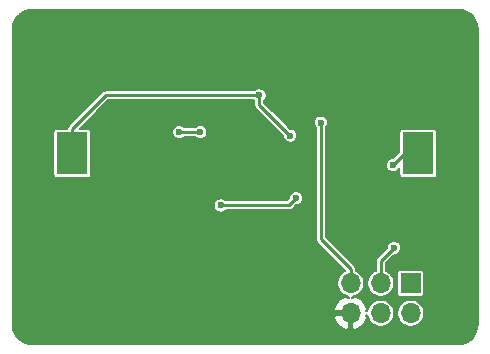
<source format=gbr>
G04 #@! TF.GenerationSoftware,KiCad,Pcbnew,(5.1.8)-1*
G04 #@! TF.CreationDate,2021-01-19T07:45:21+02:00*
G04 #@! TF.ProjectId,reverse,72657665-7273-4652-9e6b-696361645f70,rev?*
G04 #@! TF.SameCoordinates,Original*
G04 #@! TF.FileFunction,Copper,L2,Bot*
G04 #@! TF.FilePolarity,Positive*
%FSLAX46Y46*%
G04 Gerber Fmt 4.6, Leading zero omitted, Abs format (unit mm)*
G04 Created by KiCad (PCBNEW (5.1.8)-1) date 2021-01-19 07:45:21*
%MOMM*%
%LPD*%
G01*
G04 APERTURE LIST*
G04 #@! TA.AperFunction,ComponentPad*
%ADD10O,1.700000X1.700000*%
G04 #@! TD*
G04 #@! TA.AperFunction,ComponentPad*
%ADD11R,1.700000X1.700000*%
G04 #@! TD*
G04 #@! TA.AperFunction,SMDPad,CuDef*
%ADD12R,2.600000X3.600000*%
G04 #@! TD*
G04 #@! TA.AperFunction,ViaPad*
%ADD13C,0.600000*%
G04 #@! TD*
G04 #@! TA.AperFunction,Conductor*
%ADD14C,0.250000*%
G04 #@! TD*
G04 #@! TA.AperFunction,Conductor*
%ADD15C,0.200000*%
G04 #@! TD*
G04 #@! TA.AperFunction,Conductor*
%ADD16C,0.100000*%
G04 #@! TD*
G04 APERTURE END LIST*
D10*
X149920000Y-73040000D03*
X149920000Y-70500000D03*
X152460000Y-73040000D03*
X152460000Y-70500000D03*
X155000000Y-73040000D03*
D11*
X155000000Y-70500000D03*
D12*
X126350000Y-59500000D03*
X155650000Y-59500000D03*
D13*
X138912500Y-63912500D03*
X145300000Y-63300000D03*
X142200000Y-54600000D03*
X144800000Y-58000000D03*
X153500000Y-60500000D03*
X135500000Y-60800000D03*
X149600000Y-59500000D03*
X153200000Y-59000000D03*
X149000000Y-53800000D03*
X154000000Y-53800000D03*
X137800000Y-59800000D03*
X144100000Y-59400000D03*
X147400000Y-56900000D03*
X153600000Y-67500000D03*
X137200000Y-57700000D03*
X135400000Y-57700000D03*
D14*
X138912500Y-63912500D02*
X144687500Y-63912500D01*
X144687500Y-63912500D02*
X145300000Y-63300000D01*
X142200000Y-54600000D02*
X142200000Y-55024264D01*
X142200000Y-55024264D02*
X142200000Y-55400000D01*
X142200000Y-55400000D02*
X144800000Y-58000000D01*
X141775736Y-54600000D02*
X142200000Y-54600000D01*
X129200000Y-54600000D02*
X141775736Y-54600000D01*
X126350000Y-57450000D02*
X129200000Y-54600000D01*
X126350000Y-59500000D02*
X126350000Y-57450000D01*
X154500000Y-59500000D02*
X155650000Y-59500000D01*
X153500000Y-60500000D02*
X154500000Y-59500000D01*
X149920000Y-69297919D02*
X147400000Y-66777919D01*
X149920000Y-70500000D02*
X149920000Y-69297919D01*
X147400000Y-66777919D02*
X147400000Y-60848998D01*
X147400000Y-60848998D02*
X147400000Y-56900000D01*
X152460000Y-70500000D02*
X152460000Y-68640000D01*
X152460000Y-68640000D02*
X153600000Y-67500000D01*
X137200000Y-57700000D02*
X135400000Y-57700000D01*
D15*
X159325040Y-47358429D02*
X159637699Y-47452827D01*
X159926068Y-47606156D01*
X160179167Y-47812578D01*
X160387345Y-48064223D01*
X160542685Y-48351518D01*
X160639261Y-48663508D01*
X160675000Y-49003540D01*
X160675001Y-73984093D01*
X160641571Y-74325041D01*
X160547173Y-74637700D01*
X160393843Y-74926070D01*
X160187422Y-75179167D01*
X159935780Y-75387344D01*
X159648481Y-75542685D01*
X159336497Y-75639260D01*
X158996460Y-75675000D01*
X123015897Y-75675000D01*
X122674959Y-75641571D01*
X122362300Y-75547173D01*
X122073930Y-75393843D01*
X121820833Y-75187422D01*
X121612656Y-74935780D01*
X121457315Y-74648481D01*
X121360740Y-74336497D01*
X121325000Y-73996460D01*
X121325000Y-73418911D01*
X148512091Y-73418911D01*
X148613065Y-73686300D01*
X148764264Y-73928852D01*
X148959878Y-74137246D01*
X149192389Y-74303473D01*
X149452861Y-74421146D01*
X149541090Y-74447903D01*
X149766000Y-74336889D01*
X149766000Y-73194000D01*
X148622150Y-73194000D01*
X148512091Y-73418911D01*
X121325000Y-73418911D01*
X121325000Y-63853405D01*
X138312500Y-63853405D01*
X138312500Y-63971595D01*
X138335558Y-64087514D01*
X138380787Y-64196707D01*
X138446450Y-64294978D01*
X138530022Y-64378550D01*
X138628293Y-64444213D01*
X138737486Y-64489442D01*
X138853405Y-64512500D01*
X138971595Y-64512500D01*
X139087514Y-64489442D01*
X139196707Y-64444213D01*
X139294978Y-64378550D01*
X139336028Y-64337500D01*
X144666633Y-64337500D01*
X144687500Y-64339555D01*
X144708367Y-64337500D01*
X144708374Y-64337500D01*
X144770814Y-64331350D01*
X144850927Y-64307048D01*
X144924760Y-64267584D01*
X144989474Y-64214474D01*
X145002783Y-64198257D01*
X145301041Y-63900000D01*
X145359095Y-63900000D01*
X145475014Y-63876942D01*
X145584207Y-63831713D01*
X145682478Y-63766050D01*
X145766050Y-63682478D01*
X145831713Y-63584207D01*
X145876942Y-63475014D01*
X145900000Y-63359095D01*
X145900000Y-63240905D01*
X145876942Y-63124986D01*
X145831713Y-63015793D01*
X145766050Y-62917522D01*
X145682478Y-62833950D01*
X145584207Y-62768287D01*
X145475014Y-62723058D01*
X145359095Y-62700000D01*
X145240905Y-62700000D01*
X145124986Y-62723058D01*
X145015793Y-62768287D01*
X144917522Y-62833950D01*
X144833950Y-62917522D01*
X144768287Y-63015793D01*
X144723058Y-63124986D01*
X144700000Y-63240905D01*
X144700000Y-63298959D01*
X144511460Y-63487500D01*
X139336028Y-63487500D01*
X139294978Y-63446450D01*
X139196707Y-63380787D01*
X139087514Y-63335558D01*
X138971595Y-63312500D01*
X138853405Y-63312500D01*
X138737486Y-63335558D01*
X138628293Y-63380787D01*
X138530022Y-63446450D01*
X138446450Y-63530022D01*
X138380787Y-63628293D01*
X138335558Y-63737486D01*
X138312500Y-63853405D01*
X121325000Y-63853405D01*
X121325000Y-57700000D01*
X124748549Y-57700000D01*
X124748549Y-61300000D01*
X124754341Y-61358810D01*
X124771496Y-61415360D01*
X124799353Y-61467477D01*
X124836842Y-61513158D01*
X124882523Y-61550647D01*
X124934640Y-61578504D01*
X124991190Y-61595659D01*
X125050000Y-61601451D01*
X127650000Y-61601451D01*
X127708810Y-61595659D01*
X127765360Y-61578504D01*
X127817477Y-61550647D01*
X127863158Y-61513158D01*
X127900647Y-61467477D01*
X127928504Y-61415360D01*
X127945659Y-61358810D01*
X127951451Y-61300000D01*
X127951451Y-57700000D01*
X127945659Y-57641190D01*
X127945573Y-57640905D01*
X134800000Y-57640905D01*
X134800000Y-57759095D01*
X134823058Y-57875014D01*
X134868287Y-57984207D01*
X134933950Y-58082478D01*
X135017522Y-58166050D01*
X135115793Y-58231713D01*
X135224986Y-58276942D01*
X135340905Y-58300000D01*
X135459095Y-58300000D01*
X135575014Y-58276942D01*
X135684207Y-58231713D01*
X135782478Y-58166050D01*
X135823528Y-58125000D01*
X136776472Y-58125000D01*
X136817522Y-58166050D01*
X136915793Y-58231713D01*
X137024986Y-58276942D01*
X137140905Y-58300000D01*
X137259095Y-58300000D01*
X137375014Y-58276942D01*
X137484207Y-58231713D01*
X137582478Y-58166050D01*
X137666050Y-58082478D01*
X137731713Y-57984207D01*
X137776942Y-57875014D01*
X137800000Y-57759095D01*
X137800000Y-57640905D01*
X137776942Y-57524986D01*
X137731713Y-57415793D01*
X137666050Y-57317522D01*
X137582478Y-57233950D01*
X137484207Y-57168287D01*
X137375014Y-57123058D01*
X137259095Y-57100000D01*
X137140905Y-57100000D01*
X137024986Y-57123058D01*
X136915793Y-57168287D01*
X136817522Y-57233950D01*
X136776472Y-57275000D01*
X135823528Y-57275000D01*
X135782478Y-57233950D01*
X135684207Y-57168287D01*
X135575014Y-57123058D01*
X135459095Y-57100000D01*
X135340905Y-57100000D01*
X135224986Y-57123058D01*
X135115793Y-57168287D01*
X135017522Y-57233950D01*
X134933950Y-57317522D01*
X134868287Y-57415793D01*
X134823058Y-57524986D01*
X134800000Y-57640905D01*
X127945573Y-57640905D01*
X127928504Y-57584640D01*
X127900647Y-57532523D01*
X127863158Y-57486842D01*
X127817477Y-57449353D01*
X127765360Y-57421496D01*
X127708810Y-57404341D01*
X127650000Y-57398549D01*
X127002491Y-57398549D01*
X129376040Y-55025000D01*
X141775000Y-55025000D01*
X141775000Y-55379133D01*
X141772945Y-55400000D01*
X141775000Y-55420867D01*
X141775000Y-55420874D01*
X141781150Y-55483314D01*
X141805453Y-55563427D01*
X141844917Y-55637260D01*
X141898027Y-55701974D01*
X141914239Y-55715279D01*
X144200000Y-58001041D01*
X144200000Y-58059095D01*
X144223058Y-58175014D01*
X144268287Y-58284207D01*
X144333950Y-58382478D01*
X144417522Y-58466050D01*
X144515793Y-58531713D01*
X144624986Y-58576942D01*
X144740905Y-58600000D01*
X144859095Y-58600000D01*
X144975014Y-58576942D01*
X145084207Y-58531713D01*
X145182478Y-58466050D01*
X145266050Y-58382478D01*
X145331713Y-58284207D01*
X145376942Y-58175014D01*
X145400000Y-58059095D01*
X145400000Y-57940905D01*
X145376942Y-57824986D01*
X145331713Y-57715793D01*
X145266050Y-57617522D01*
X145182478Y-57533950D01*
X145084207Y-57468287D01*
X144975014Y-57423058D01*
X144859095Y-57400000D01*
X144801041Y-57400000D01*
X144241946Y-56840905D01*
X146800000Y-56840905D01*
X146800000Y-56959095D01*
X146823058Y-57075014D01*
X146868287Y-57184207D01*
X146933950Y-57282478D01*
X146975001Y-57323529D01*
X146975000Y-60869871D01*
X146975001Y-60869881D01*
X146975000Y-66757052D01*
X146972945Y-66777919D01*
X146975000Y-66798786D01*
X146975000Y-66798792D01*
X146981150Y-66861232D01*
X147005452Y-66941345D01*
X147044916Y-67015178D01*
X147098026Y-67079893D01*
X147114243Y-67093202D01*
X149464828Y-69443788D01*
X149375271Y-69480884D01*
X149186918Y-69606737D01*
X149026737Y-69766918D01*
X148900884Y-69955271D01*
X148814194Y-70164557D01*
X148770000Y-70386735D01*
X148770000Y-70613265D01*
X148814194Y-70835443D01*
X148900884Y-71044729D01*
X149026737Y-71233082D01*
X149186918Y-71393263D01*
X149375271Y-71519116D01*
X149584557Y-71605806D01*
X149765998Y-71641897D01*
X149765998Y-71743110D01*
X149541090Y-71632097D01*
X149452861Y-71658854D01*
X149192389Y-71776527D01*
X148959878Y-71942754D01*
X148764264Y-72151148D01*
X148613065Y-72393700D01*
X148512091Y-72661089D01*
X148622150Y-72886000D01*
X149766000Y-72886000D01*
X149766000Y-72866000D01*
X150074000Y-72866000D01*
X150074000Y-72886000D01*
X150094000Y-72886000D01*
X150094000Y-73194000D01*
X150074000Y-73194000D01*
X150074000Y-74336889D01*
X150298910Y-74447903D01*
X150387139Y-74421146D01*
X150647611Y-74303473D01*
X150880122Y-74137246D01*
X151075736Y-73928852D01*
X151226935Y-73686300D01*
X151327909Y-73418911D01*
X151217851Y-73194002D01*
X151318103Y-73194002D01*
X151354194Y-73375443D01*
X151440884Y-73584729D01*
X151566737Y-73773082D01*
X151726918Y-73933263D01*
X151915271Y-74059116D01*
X152124557Y-74145806D01*
X152346735Y-74190000D01*
X152573265Y-74190000D01*
X152795443Y-74145806D01*
X153004729Y-74059116D01*
X153193082Y-73933263D01*
X153353263Y-73773082D01*
X153479116Y-73584729D01*
X153565806Y-73375443D01*
X153610000Y-73153265D01*
X153610000Y-72926735D01*
X153850000Y-72926735D01*
X153850000Y-73153265D01*
X153894194Y-73375443D01*
X153980884Y-73584729D01*
X154106737Y-73773082D01*
X154266918Y-73933263D01*
X154455271Y-74059116D01*
X154664557Y-74145806D01*
X154886735Y-74190000D01*
X155113265Y-74190000D01*
X155335443Y-74145806D01*
X155544729Y-74059116D01*
X155733082Y-73933263D01*
X155893263Y-73773082D01*
X156019116Y-73584729D01*
X156105806Y-73375443D01*
X156150000Y-73153265D01*
X156150000Y-72926735D01*
X156105806Y-72704557D01*
X156019116Y-72495271D01*
X155893263Y-72306918D01*
X155733082Y-72146737D01*
X155544729Y-72020884D01*
X155335443Y-71934194D01*
X155113265Y-71890000D01*
X154886735Y-71890000D01*
X154664557Y-71934194D01*
X154455271Y-72020884D01*
X154266918Y-72146737D01*
X154106737Y-72306918D01*
X153980884Y-72495271D01*
X153894194Y-72704557D01*
X153850000Y-72926735D01*
X153610000Y-72926735D01*
X153565806Y-72704557D01*
X153479116Y-72495271D01*
X153353263Y-72306918D01*
X153193082Y-72146737D01*
X153004729Y-72020884D01*
X152795443Y-71934194D01*
X152573265Y-71890000D01*
X152346735Y-71890000D01*
X152124557Y-71934194D01*
X151915271Y-72020884D01*
X151726918Y-72146737D01*
X151566737Y-72306918D01*
X151440884Y-72495271D01*
X151354194Y-72704557D01*
X151318103Y-72885998D01*
X151217851Y-72885998D01*
X151327909Y-72661089D01*
X151226935Y-72393700D01*
X151075736Y-72151148D01*
X150880122Y-71942754D01*
X150647611Y-71776527D01*
X150387139Y-71658854D01*
X150298910Y-71632097D01*
X150074002Y-71743110D01*
X150074002Y-71641897D01*
X150255443Y-71605806D01*
X150464729Y-71519116D01*
X150653082Y-71393263D01*
X150813263Y-71233082D01*
X150939116Y-71044729D01*
X151025806Y-70835443D01*
X151070000Y-70613265D01*
X151070000Y-70386735D01*
X151310000Y-70386735D01*
X151310000Y-70613265D01*
X151354194Y-70835443D01*
X151440884Y-71044729D01*
X151566737Y-71233082D01*
X151726918Y-71393263D01*
X151915271Y-71519116D01*
X152124557Y-71605806D01*
X152346735Y-71650000D01*
X152573265Y-71650000D01*
X152795443Y-71605806D01*
X153004729Y-71519116D01*
X153193082Y-71393263D01*
X153353263Y-71233082D01*
X153479116Y-71044729D01*
X153565806Y-70835443D01*
X153610000Y-70613265D01*
X153610000Y-70386735D01*
X153565806Y-70164557D01*
X153479116Y-69955271D01*
X153353263Y-69766918D01*
X153236345Y-69650000D01*
X153848549Y-69650000D01*
X153848549Y-71350000D01*
X153854341Y-71408810D01*
X153871496Y-71465360D01*
X153899353Y-71517477D01*
X153936842Y-71563158D01*
X153982523Y-71600647D01*
X154034640Y-71628504D01*
X154091190Y-71645659D01*
X154150000Y-71651451D01*
X155850000Y-71651451D01*
X155908810Y-71645659D01*
X155965360Y-71628504D01*
X156017477Y-71600647D01*
X156063158Y-71563158D01*
X156100647Y-71517477D01*
X156128504Y-71465360D01*
X156145659Y-71408810D01*
X156151451Y-71350000D01*
X156151451Y-69650000D01*
X156145659Y-69591190D01*
X156128504Y-69534640D01*
X156100647Y-69482523D01*
X156063158Y-69436842D01*
X156017477Y-69399353D01*
X155965360Y-69371496D01*
X155908810Y-69354341D01*
X155850000Y-69348549D01*
X154150000Y-69348549D01*
X154091190Y-69354341D01*
X154034640Y-69371496D01*
X153982523Y-69399353D01*
X153936842Y-69436842D01*
X153899353Y-69482523D01*
X153871496Y-69534640D01*
X153854341Y-69591190D01*
X153848549Y-69650000D01*
X153236345Y-69650000D01*
X153193082Y-69606737D01*
X153004729Y-69480884D01*
X152885000Y-69431290D01*
X152885000Y-68816040D01*
X153601041Y-68100000D01*
X153659095Y-68100000D01*
X153775014Y-68076942D01*
X153884207Y-68031713D01*
X153982478Y-67966050D01*
X154066050Y-67882478D01*
X154131713Y-67784207D01*
X154176942Y-67675014D01*
X154200000Y-67559095D01*
X154200000Y-67440905D01*
X154176942Y-67324986D01*
X154131713Y-67215793D01*
X154066050Y-67117522D01*
X153982478Y-67033950D01*
X153884207Y-66968287D01*
X153775014Y-66923058D01*
X153659095Y-66900000D01*
X153540905Y-66900000D01*
X153424986Y-66923058D01*
X153315793Y-66968287D01*
X153217522Y-67033950D01*
X153133950Y-67117522D01*
X153068287Y-67215793D01*
X153023058Y-67324986D01*
X153000000Y-67440905D01*
X153000000Y-67498959D01*
X152174239Y-68324721D01*
X152158027Y-68338026D01*
X152104917Y-68402740D01*
X152065453Y-68476573D01*
X152041150Y-68556686D01*
X152032945Y-68640000D01*
X152035001Y-68660877D01*
X152035001Y-69431290D01*
X151915271Y-69480884D01*
X151726918Y-69606737D01*
X151566737Y-69766918D01*
X151440884Y-69955271D01*
X151354194Y-70164557D01*
X151310000Y-70386735D01*
X151070000Y-70386735D01*
X151025806Y-70164557D01*
X150939116Y-69955271D01*
X150813263Y-69766918D01*
X150653082Y-69606737D01*
X150464729Y-69480884D01*
X150345000Y-69431290D01*
X150345000Y-69318785D01*
X150347055Y-69297918D01*
X150345000Y-69277051D01*
X150345000Y-69277045D01*
X150338850Y-69214605D01*
X150314548Y-69134492D01*
X150275084Y-69060659D01*
X150221974Y-68995945D01*
X150205762Y-68982640D01*
X147825000Y-66601879D01*
X147825000Y-60440905D01*
X152900000Y-60440905D01*
X152900000Y-60559095D01*
X152923058Y-60675014D01*
X152968287Y-60784207D01*
X153033950Y-60882478D01*
X153117522Y-60966050D01*
X153215793Y-61031713D01*
X153324986Y-61076942D01*
X153440905Y-61100000D01*
X153559095Y-61100000D01*
X153675014Y-61076942D01*
X153784207Y-61031713D01*
X153882478Y-60966050D01*
X153966050Y-60882478D01*
X154031713Y-60784207D01*
X154048549Y-60743561D01*
X154048549Y-61300000D01*
X154054341Y-61358810D01*
X154071496Y-61415360D01*
X154099353Y-61467477D01*
X154136842Y-61513158D01*
X154182523Y-61550647D01*
X154234640Y-61578504D01*
X154291190Y-61595659D01*
X154350000Y-61601451D01*
X156950000Y-61601451D01*
X157008810Y-61595659D01*
X157065360Y-61578504D01*
X157117477Y-61550647D01*
X157163158Y-61513158D01*
X157200647Y-61467477D01*
X157228504Y-61415360D01*
X157245659Y-61358810D01*
X157251451Y-61300000D01*
X157251451Y-57700000D01*
X157245659Y-57641190D01*
X157228504Y-57584640D01*
X157200647Y-57532523D01*
X157163158Y-57486842D01*
X157117477Y-57449353D01*
X157065360Y-57421496D01*
X157008810Y-57404341D01*
X156950000Y-57398549D01*
X154350000Y-57398549D01*
X154291190Y-57404341D01*
X154234640Y-57421496D01*
X154182523Y-57449353D01*
X154136842Y-57486842D01*
X154099353Y-57532523D01*
X154071496Y-57584640D01*
X154054341Y-57641190D01*
X154048549Y-57700000D01*
X154048549Y-59350411D01*
X153498960Y-59900000D01*
X153440905Y-59900000D01*
X153324986Y-59923058D01*
X153215793Y-59968287D01*
X153117522Y-60033950D01*
X153033950Y-60117522D01*
X152968287Y-60215793D01*
X152923058Y-60324986D01*
X152900000Y-60440905D01*
X147825000Y-60440905D01*
X147825000Y-57323528D01*
X147866050Y-57282478D01*
X147931713Y-57184207D01*
X147976942Y-57075014D01*
X148000000Y-56959095D01*
X148000000Y-56840905D01*
X147976942Y-56724986D01*
X147931713Y-56615793D01*
X147866050Y-56517522D01*
X147782478Y-56433950D01*
X147684207Y-56368287D01*
X147575014Y-56323058D01*
X147459095Y-56300000D01*
X147340905Y-56300000D01*
X147224986Y-56323058D01*
X147115793Y-56368287D01*
X147017522Y-56433950D01*
X146933950Y-56517522D01*
X146868287Y-56615793D01*
X146823058Y-56724986D01*
X146800000Y-56840905D01*
X144241946Y-56840905D01*
X142625000Y-55223960D01*
X142625000Y-55023528D01*
X142666050Y-54982478D01*
X142731713Y-54884207D01*
X142776942Y-54775014D01*
X142800000Y-54659095D01*
X142800000Y-54540905D01*
X142776942Y-54424986D01*
X142731713Y-54315793D01*
X142666050Y-54217522D01*
X142582478Y-54133950D01*
X142484207Y-54068287D01*
X142375014Y-54023058D01*
X142259095Y-54000000D01*
X142140905Y-54000000D01*
X142024986Y-54023058D01*
X141915793Y-54068287D01*
X141817522Y-54133950D01*
X141776472Y-54175000D01*
X129220867Y-54175000D01*
X129200000Y-54172945D01*
X129179133Y-54175000D01*
X129179126Y-54175000D01*
X129116686Y-54181150D01*
X129036573Y-54205452D01*
X128962740Y-54244916D01*
X128898026Y-54298026D01*
X128884716Y-54314244D01*
X126064239Y-57134721D01*
X126048027Y-57148026D01*
X125994917Y-57212740D01*
X125961639Y-57275000D01*
X125955453Y-57286573D01*
X125931150Y-57366686D01*
X125928012Y-57398549D01*
X125050000Y-57398549D01*
X124991190Y-57404341D01*
X124934640Y-57421496D01*
X124882523Y-57449353D01*
X124836842Y-57486842D01*
X124799353Y-57532523D01*
X124771496Y-57584640D01*
X124754341Y-57641190D01*
X124748549Y-57700000D01*
X121325000Y-57700000D01*
X121325000Y-49015897D01*
X121358429Y-48674960D01*
X121452827Y-48362301D01*
X121606156Y-48073932D01*
X121812578Y-47820833D01*
X122064223Y-47612655D01*
X122351518Y-47457315D01*
X122663508Y-47360739D01*
X123003540Y-47325000D01*
X158984103Y-47325000D01*
X159325040Y-47358429D01*
G04 #@! TA.AperFunction,Conductor*
D16*
G36*
X159325040Y-47358429D02*
G01*
X159637699Y-47452827D01*
X159926068Y-47606156D01*
X160179167Y-47812578D01*
X160387345Y-48064223D01*
X160542685Y-48351518D01*
X160639261Y-48663508D01*
X160675000Y-49003540D01*
X160675001Y-73984093D01*
X160641571Y-74325041D01*
X160547173Y-74637700D01*
X160393843Y-74926070D01*
X160187422Y-75179167D01*
X159935780Y-75387344D01*
X159648481Y-75542685D01*
X159336497Y-75639260D01*
X158996460Y-75675000D01*
X123015897Y-75675000D01*
X122674959Y-75641571D01*
X122362300Y-75547173D01*
X122073930Y-75393843D01*
X121820833Y-75187422D01*
X121612656Y-74935780D01*
X121457315Y-74648481D01*
X121360740Y-74336497D01*
X121325000Y-73996460D01*
X121325000Y-73418911D01*
X148512091Y-73418911D01*
X148613065Y-73686300D01*
X148764264Y-73928852D01*
X148959878Y-74137246D01*
X149192389Y-74303473D01*
X149452861Y-74421146D01*
X149541090Y-74447903D01*
X149766000Y-74336889D01*
X149766000Y-73194000D01*
X148622150Y-73194000D01*
X148512091Y-73418911D01*
X121325000Y-73418911D01*
X121325000Y-63853405D01*
X138312500Y-63853405D01*
X138312500Y-63971595D01*
X138335558Y-64087514D01*
X138380787Y-64196707D01*
X138446450Y-64294978D01*
X138530022Y-64378550D01*
X138628293Y-64444213D01*
X138737486Y-64489442D01*
X138853405Y-64512500D01*
X138971595Y-64512500D01*
X139087514Y-64489442D01*
X139196707Y-64444213D01*
X139294978Y-64378550D01*
X139336028Y-64337500D01*
X144666633Y-64337500D01*
X144687500Y-64339555D01*
X144708367Y-64337500D01*
X144708374Y-64337500D01*
X144770814Y-64331350D01*
X144850927Y-64307048D01*
X144924760Y-64267584D01*
X144989474Y-64214474D01*
X145002783Y-64198257D01*
X145301041Y-63900000D01*
X145359095Y-63900000D01*
X145475014Y-63876942D01*
X145584207Y-63831713D01*
X145682478Y-63766050D01*
X145766050Y-63682478D01*
X145831713Y-63584207D01*
X145876942Y-63475014D01*
X145900000Y-63359095D01*
X145900000Y-63240905D01*
X145876942Y-63124986D01*
X145831713Y-63015793D01*
X145766050Y-62917522D01*
X145682478Y-62833950D01*
X145584207Y-62768287D01*
X145475014Y-62723058D01*
X145359095Y-62700000D01*
X145240905Y-62700000D01*
X145124986Y-62723058D01*
X145015793Y-62768287D01*
X144917522Y-62833950D01*
X144833950Y-62917522D01*
X144768287Y-63015793D01*
X144723058Y-63124986D01*
X144700000Y-63240905D01*
X144700000Y-63298959D01*
X144511460Y-63487500D01*
X139336028Y-63487500D01*
X139294978Y-63446450D01*
X139196707Y-63380787D01*
X139087514Y-63335558D01*
X138971595Y-63312500D01*
X138853405Y-63312500D01*
X138737486Y-63335558D01*
X138628293Y-63380787D01*
X138530022Y-63446450D01*
X138446450Y-63530022D01*
X138380787Y-63628293D01*
X138335558Y-63737486D01*
X138312500Y-63853405D01*
X121325000Y-63853405D01*
X121325000Y-57700000D01*
X124748549Y-57700000D01*
X124748549Y-61300000D01*
X124754341Y-61358810D01*
X124771496Y-61415360D01*
X124799353Y-61467477D01*
X124836842Y-61513158D01*
X124882523Y-61550647D01*
X124934640Y-61578504D01*
X124991190Y-61595659D01*
X125050000Y-61601451D01*
X127650000Y-61601451D01*
X127708810Y-61595659D01*
X127765360Y-61578504D01*
X127817477Y-61550647D01*
X127863158Y-61513158D01*
X127900647Y-61467477D01*
X127928504Y-61415360D01*
X127945659Y-61358810D01*
X127951451Y-61300000D01*
X127951451Y-57700000D01*
X127945659Y-57641190D01*
X127945573Y-57640905D01*
X134800000Y-57640905D01*
X134800000Y-57759095D01*
X134823058Y-57875014D01*
X134868287Y-57984207D01*
X134933950Y-58082478D01*
X135017522Y-58166050D01*
X135115793Y-58231713D01*
X135224986Y-58276942D01*
X135340905Y-58300000D01*
X135459095Y-58300000D01*
X135575014Y-58276942D01*
X135684207Y-58231713D01*
X135782478Y-58166050D01*
X135823528Y-58125000D01*
X136776472Y-58125000D01*
X136817522Y-58166050D01*
X136915793Y-58231713D01*
X137024986Y-58276942D01*
X137140905Y-58300000D01*
X137259095Y-58300000D01*
X137375014Y-58276942D01*
X137484207Y-58231713D01*
X137582478Y-58166050D01*
X137666050Y-58082478D01*
X137731713Y-57984207D01*
X137776942Y-57875014D01*
X137800000Y-57759095D01*
X137800000Y-57640905D01*
X137776942Y-57524986D01*
X137731713Y-57415793D01*
X137666050Y-57317522D01*
X137582478Y-57233950D01*
X137484207Y-57168287D01*
X137375014Y-57123058D01*
X137259095Y-57100000D01*
X137140905Y-57100000D01*
X137024986Y-57123058D01*
X136915793Y-57168287D01*
X136817522Y-57233950D01*
X136776472Y-57275000D01*
X135823528Y-57275000D01*
X135782478Y-57233950D01*
X135684207Y-57168287D01*
X135575014Y-57123058D01*
X135459095Y-57100000D01*
X135340905Y-57100000D01*
X135224986Y-57123058D01*
X135115793Y-57168287D01*
X135017522Y-57233950D01*
X134933950Y-57317522D01*
X134868287Y-57415793D01*
X134823058Y-57524986D01*
X134800000Y-57640905D01*
X127945573Y-57640905D01*
X127928504Y-57584640D01*
X127900647Y-57532523D01*
X127863158Y-57486842D01*
X127817477Y-57449353D01*
X127765360Y-57421496D01*
X127708810Y-57404341D01*
X127650000Y-57398549D01*
X127002491Y-57398549D01*
X129376040Y-55025000D01*
X141775000Y-55025000D01*
X141775000Y-55379133D01*
X141772945Y-55400000D01*
X141775000Y-55420867D01*
X141775000Y-55420874D01*
X141781150Y-55483314D01*
X141805453Y-55563427D01*
X141844917Y-55637260D01*
X141898027Y-55701974D01*
X141914239Y-55715279D01*
X144200000Y-58001041D01*
X144200000Y-58059095D01*
X144223058Y-58175014D01*
X144268287Y-58284207D01*
X144333950Y-58382478D01*
X144417522Y-58466050D01*
X144515793Y-58531713D01*
X144624986Y-58576942D01*
X144740905Y-58600000D01*
X144859095Y-58600000D01*
X144975014Y-58576942D01*
X145084207Y-58531713D01*
X145182478Y-58466050D01*
X145266050Y-58382478D01*
X145331713Y-58284207D01*
X145376942Y-58175014D01*
X145400000Y-58059095D01*
X145400000Y-57940905D01*
X145376942Y-57824986D01*
X145331713Y-57715793D01*
X145266050Y-57617522D01*
X145182478Y-57533950D01*
X145084207Y-57468287D01*
X144975014Y-57423058D01*
X144859095Y-57400000D01*
X144801041Y-57400000D01*
X144241946Y-56840905D01*
X146800000Y-56840905D01*
X146800000Y-56959095D01*
X146823058Y-57075014D01*
X146868287Y-57184207D01*
X146933950Y-57282478D01*
X146975001Y-57323529D01*
X146975000Y-60869871D01*
X146975001Y-60869881D01*
X146975000Y-66757052D01*
X146972945Y-66777919D01*
X146975000Y-66798786D01*
X146975000Y-66798792D01*
X146981150Y-66861232D01*
X147005452Y-66941345D01*
X147044916Y-67015178D01*
X147098026Y-67079893D01*
X147114243Y-67093202D01*
X149464828Y-69443788D01*
X149375271Y-69480884D01*
X149186918Y-69606737D01*
X149026737Y-69766918D01*
X148900884Y-69955271D01*
X148814194Y-70164557D01*
X148770000Y-70386735D01*
X148770000Y-70613265D01*
X148814194Y-70835443D01*
X148900884Y-71044729D01*
X149026737Y-71233082D01*
X149186918Y-71393263D01*
X149375271Y-71519116D01*
X149584557Y-71605806D01*
X149765998Y-71641897D01*
X149765998Y-71743110D01*
X149541090Y-71632097D01*
X149452861Y-71658854D01*
X149192389Y-71776527D01*
X148959878Y-71942754D01*
X148764264Y-72151148D01*
X148613065Y-72393700D01*
X148512091Y-72661089D01*
X148622150Y-72886000D01*
X149766000Y-72886000D01*
X149766000Y-72866000D01*
X150074000Y-72866000D01*
X150074000Y-72886000D01*
X150094000Y-72886000D01*
X150094000Y-73194000D01*
X150074000Y-73194000D01*
X150074000Y-74336889D01*
X150298910Y-74447903D01*
X150387139Y-74421146D01*
X150647611Y-74303473D01*
X150880122Y-74137246D01*
X151075736Y-73928852D01*
X151226935Y-73686300D01*
X151327909Y-73418911D01*
X151217851Y-73194002D01*
X151318103Y-73194002D01*
X151354194Y-73375443D01*
X151440884Y-73584729D01*
X151566737Y-73773082D01*
X151726918Y-73933263D01*
X151915271Y-74059116D01*
X152124557Y-74145806D01*
X152346735Y-74190000D01*
X152573265Y-74190000D01*
X152795443Y-74145806D01*
X153004729Y-74059116D01*
X153193082Y-73933263D01*
X153353263Y-73773082D01*
X153479116Y-73584729D01*
X153565806Y-73375443D01*
X153610000Y-73153265D01*
X153610000Y-72926735D01*
X153850000Y-72926735D01*
X153850000Y-73153265D01*
X153894194Y-73375443D01*
X153980884Y-73584729D01*
X154106737Y-73773082D01*
X154266918Y-73933263D01*
X154455271Y-74059116D01*
X154664557Y-74145806D01*
X154886735Y-74190000D01*
X155113265Y-74190000D01*
X155335443Y-74145806D01*
X155544729Y-74059116D01*
X155733082Y-73933263D01*
X155893263Y-73773082D01*
X156019116Y-73584729D01*
X156105806Y-73375443D01*
X156150000Y-73153265D01*
X156150000Y-72926735D01*
X156105806Y-72704557D01*
X156019116Y-72495271D01*
X155893263Y-72306918D01*
X155733082Y-72146737D01*
X155544729Y-72020884D01*
X155335443Y-71934194D01*
X155113265Y-71890000D01*
X154886735Y-71890000D01*
X154664557Y-71934194D01*
X154455271Y-72020884D01*
X154266918Y-72146737D01*
X154106737Y-72306918D01*
X153980884Y-72495271D01*
X153894194Y-72704557D01*
X153850000Y-72926735D01*
X153610000Y-72926735D01*
X153565806Y-72704557D01*
X153479116Y-72495271D01*
X153353263Y-72306918D01*
X153193082Y-72146737D01*
X153004729Y-72020884D01*
X152795443Y-71934194D01*
X152573265Y-71890000D01*
X152346735Y-71890000D01*
X152124557Y-71934194D01*
X151915271Y-72020884D01*
X151726918Y-72146737D01*
X151566737Y-72306918D01*
X151440884Y-72495271D01*
X151354194Y-72704557D01*
X151318103Y-72885998D01*
X151217851Y-72885998D01*
X151327909Y-72661089D01*
X151226935Y-72393700D01*
X151075736Y-72151148D01*
X150880122Y-71942754D01*
X150647611Y-71776527D01*
X150387139Y-71658854D01*
X150298910Y-71632097D01*
X150074002Y-71743110D01*
X150074002Y-71641897D01*
X150255443Y-71605806D01*
X150464729Y-71519116D01*
X150653082Y-71393263D01*
X150813263Y-71233082D01*
X150939116Y-71044729D01*
X151025806Y-70835443D01*
X151070000Y-70613265D01*
X151070000Y-70386735D01*
X151310000Y-70386735D01*
X151310000Y-70613265D01*
X151354194Y-70835443D01*
X151440884Y-71044729D01*
X151566737Y-71233082D01*
X151726918Y-71393263D01*
X151915271Y-71519116D01*
X152124557Y-71605806D01*
X152346735Y-71650000D01*
X152573265Y-71650000D01*
X152795443Y-71605806D01*
X153004729Y-71519116D01*
X153193082Y-71393263D01*
X153353263Y-71233082D01*
X153479116Y-71044729D01*
X153565806Y-70835443D01*
X153610000Y-70613265D01*
X153610000Y-70386735D01*
X153565806Y-70164557D01*
X153479116Y-69955271D01*
X153353263Y-69766918D01*
X153236345Y-69650000D01*
X153848549Y-69650000D01*
X153848549Y-71350000D01*
X153854341Y-71408810D01*
X153871496Y-71465360D01*
X153899353Y-71517477D01*
X153936842Y-71563158D01*
X153982523Y-71600647D01*
X154034640Y-71628504D01*
X154091190Y-71645659D01*
X154150000Y-71651451D01*
X155850000Y-71651451D01*
X155908810Y-71645659D01*
X155965360Y-71628504D01*
X156017477Y-71600647D01*
X156063158Y-71563158D01*
X156100647Y-71517477D01*
X156128504Y-71465360D01*
X156145659Y-71408810D01*
X156151451Y-71350000D01*
X156151451Y-69650000D01*
X156145659Y-69591190D01*
X156128504Y-69534640D01*
X156100647Y-69482523D01*
X156063158Y-69436842D01*
X156017477Y-69399353D01*
X155965360Y-69371496D01*
X155908810Y-69354341D01*
X155850000Y-69348549D01*
X154150000Y-69348549D01*
X154091190Y-69354341D01*
X154034640Y-69371496D01*
X153982523Y-69399353D01*
X153936842Y-69436842D01*
X153899353Y-69482523D01*
X153871496Y-69534640D01*
X153854341Y-69591190D01*
X153848549Y-69650000D01*
X153236345Y-69650000D01*
X153193082Y-69606737D01*
X153004729Y-69480884D01*
X152885000Y-69431290D01*
X152885000Y-68816040D01*
X153601041Y-68100000D01*
X153659095Y-68100000D01*
X153775014Y-68076942D01*
X153884207Y-68031713D01*
X153982478Y-67966050D01*
X154066050Y-67882478D01*
X154131713Y-67784207D01*
X154176942Y-67675014D01*
X154200000Y-67559095D01*
X154200000Y-67440905D01*
X154176942Y-67324986D01*
X154131713Y-67215793D01*
X154066050Y-67117522D01*
X153982478Y-67033950D01*
X153884207Y-66968287D01*
X153775014Y-66923058D01*
X153659095Y-66900000D01*
X153540905Y-66900000D01*
X153424986Y-66923058D01*
X153315793Y-66968287D01*
X153217522Y-67033950D01*
X153133950Y-67117522D01*
X153068287Y-67215793D01*
X153023058Y-67324986D01*
X153000000Y-67440905D01*
X153000000Y-67498959D01*
X152174239Y-68324721D01*
X152158027Y-68338026D01*
X152104917Y-68402740D01*
X152065453Y-68476573D01*
X152041150Y-68556686D01*
X152032945Y-68640000D01*
X152035001Y-68660877D01*
X152035001Y-69431290D01*
X151915271Y-69480884D01*
X151726918Y-69606737D01*
X151566737Y-69766918D01*
X151440884Y-69955271D01*
X151354194Y-70164557D01*
X151310000Y-70386735D01*
X151070000Y-70386735D01*
X151025806Y-70164557D01*
X150939116Y-69955271D01*
X150813263Y-69766918D01*
X150653082Y-69606737D01*
X150464729Y-69480884D01*
X150345000Y-69431290D01*
X150345000Y-69318785D01*
X150347055Y-69297918D01*
X150345000Y-69277051D01*
X150345000Y-69277045D01*
X150338850Y-69214605D01*
X150314548Y-69134492D01*
X150275084Y-69060659D01*
X150221974Y-68995945D01*
X150205762Y-68982640D01*
X147825000Y-66601879D01*
X147825000Y-60440905D01*
X152900000Y-60440905D01*
X152900000Y-60559095D01*
X152923058Y-60675014D01*
X152968287Y-60784207D01*
X153033950Y-60882478D01*
X153117522Y-60966050D01*
X153215793Y-61031713D01*
X153324986Y-61076942D01*
X153440905Y-61100000D01*
X153559095Y-61100000D01*
X153675014Y-61076942D01*
X153784207Y-61031713D01*
X153882478Y-60966050D01*
X153966050Y-60882478D01*
X154031713Y-60784207D01*
X154048549Y-60743561D01*
X154048549Y-61300000D01*
X154054341Y-61358810D01*
X154071496Y-61415360D01*
X154099353Y-61467477D01*
X154136842Y-61513158D01*
X154182523Y-61550647D01*
X154234640Y-61578504D01*
X154291190Y-61595659D01*
X154350000Y-61601451D01*
X156950000Y-61601451D01*
X157008810Y-61595659D01*
X157065360Y-61578504D01*
X157117477Y-61550647D01*
X157163158Y-61513158D01*
X157200647Y-61467477D01*
X157228504Y-61415360D01*
X157245659Y-61358810D01*
X157251451Y-61300000D01*
X157251451Y-57700000D01*
X157245659Y-57641190D01*
X157228504Y-57584640D01*
X157200647Y-57532523D01*
X157163158Y-57486842D01*
X157117477Y-57449353D01*
X157065360Y-57421496D01*
X157008810Y-57404341D01*
X156950000Y-57398549D01*
X154350000Y-57398549D01*
X154291190Y-57404341D01*
X154234640Y-57421496D01*
X154182523Y-57449353D01*
X154136842Y-57486842D01*
X154099353Y-57532523D01*
X154071496Y-57584640D01*
X154054341Y-57641190D01*
X154048549Y-57700000D01*
X154048549Y-59350411D01*
X153498960Y-59900000D01*
X153440905Y-59900000D01*
X153324986Y-59923058D01*
X153215793Y-59968287D01*
X153117522Y-60033950D01*
X153033950Y-60117522D01*
X152968287Y-60215793D01*
X152923058Y-60324986D01*
X152900000Y-60440905D01*
X147825000Y-60440905D01*
X147825000Y-57323528D01*
X147866050Y-57282478D01*
X147931713Y-57184207D01*
X147976942Y-57075014D01*
X148000000Y-56959095D01*
X148000000Y-56840905D01*
X147976942Y-56724986D01*
X147931713Y-56615793D01*
X147866050Y-56517522D01*
X147782478Y-56433950D01*
X147684207Y-56368287D01*
X147575014Y-56323058D01*
X147459095Y-56300000D01*
X147340905Y-56300000D01*
X147224986Y-56323058D01*
X147115793Y-56368287D01*
X147017522Y-56433950D01*
X146933950Y-56517522D01*
X146868287Y-56615793D01*
X146823058Y-56724986D01*
X146800000Y-56840905D01*
X144241946Y-56840905D01*
X142625000Y-55223960D01*
X142625000Y-55023528D01*
X142666050Y-54982478D01*
X142731713Y-54884207D01*
X142776942Y-54775014D01*
X142800000Y-54659095D01*
X142800000Y-54540905D01*
X142776942Y-54424986D01*
X142731713Y-54315793D01*
X142666050Y-54217522D01*
X142582478Y-54133950D01*
X142484207Y-54068287D01*
X142375014Y-54023058D01*
X142259095Y-54000000D01*
X142140905Y-54000000D01*
X142024986Y-54023058D01*
X141915793Y-54068287D01*
X141817522Y-54133950D01*
X141776472Y-54175000D01*
X129220867Y-54175000D01*
X129200000Y-54172945D01*
X129179133Y-54175000D01*
X129179126Y-54175000D01*
X129116686Y-54181150D01*
X129036573Y-54205452D01*
X128962740Y-54244916D01*
X128898026Y-54298026D01*
X128884716Y-54314244D01*
X126064239Y-57134721D01*
X126048027Y-57148026D01*
X125994917Y-57212740D01*
X125961639Y-57275000D01*
X125955453Y-57286573D01*
X125931150Y-57366686D01*
X125928012Y-57398549D01*
X125050000Y-57398549D01*
X124991190Y-57404341D01*
X124934640Y-57421496D01*
X124882523Y-57449353D01*
X124836842Y-57486842D01*
X124799353Y-57532523D01*
X124771496Y-57584640D01*
X124754341Y-57641190D01*
X124748549Y-57700000D01*
X121325000Y-57700000D01*
X121325000Y-49015897D01*
X121358429Y-48674960D01*
X121452827Y-48362301D01*
X121606156Y-48073932D01*
X121812578Y-47820833D01*
X122064223Y-47612655D01*
X122351518Y-47457315D01*
X122663508Y-47360739D01*
X123003540Y-47325000D01*
X158984103Y-47325000D01*
X159325040Y-47358429D01*
G37*
G04 #@! TD.AperFunction*
M02*

</source>
